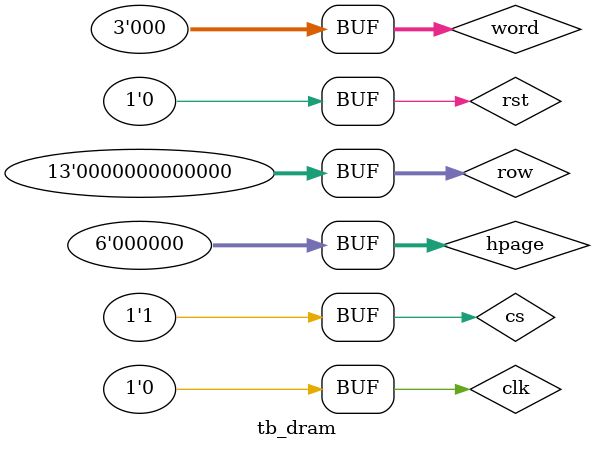
<source format=v>
`timescale 1ns / 1ps


module tb_dram;
    
    wire dq[7:0]; 
    
    wire rwds;
    wire rclk;
    wire rnclk;
    wire rncs;
    wire rnrst;

    reg rw;
    reg as;
    reg burst;
    
    reg [15:0]din;
    wire [15:0]dout;
    reg [12:0]row;
    reg [5:0]hpage;
    reg [2:0]word;
    reg cs = 0;
    wire datrdy;
    reg rst = 0;
    reg clk = 0;
    
    dram_top DUT(
        .rncs(rncs),
        .rnrst(rnrst),
        .rw(rw),
        .as(as),
        .burst(burst),
        .din(din),
        .dout(dout),
        .row(row),
        .hpage(hpage),
        .word(word),
        .cs(cs),
        .datrdy(datrdy),
        .rst(rst),
        .clk(clk)
    );
    
    task tickup;
        begin
            clk = 1'b1; #5;
        end
    endtask
    
    task tickdown;
        begin
            clk = 1'b0; #5;
        end
    endtask
    
    initial begin
        cs = 1;
        row = 0;
        hpage = 0;
        word = 0;
        tickup;
        tickdown;
        
        tickup;
        tickdown;
        
        tickup;
        tickdown;
        
        tickup;
        tickdown;
        
        tickup;
        tickdown;
        
        tickup;
        tickdown;
        
        tickup;
        tickdown;
        
        tickup;
        tickdown;
        
        tickup;
        tickdown;
        
        tickup;
        tickdown;
        
        tickup;
        tickdown;
        
        tickup;
        tickdown;
        
        tickup;
        tickdown;
        
        tickup;
        tickdown;
        
        tickup;
        tickdown;
        
    end
    
endmodule

</source>
